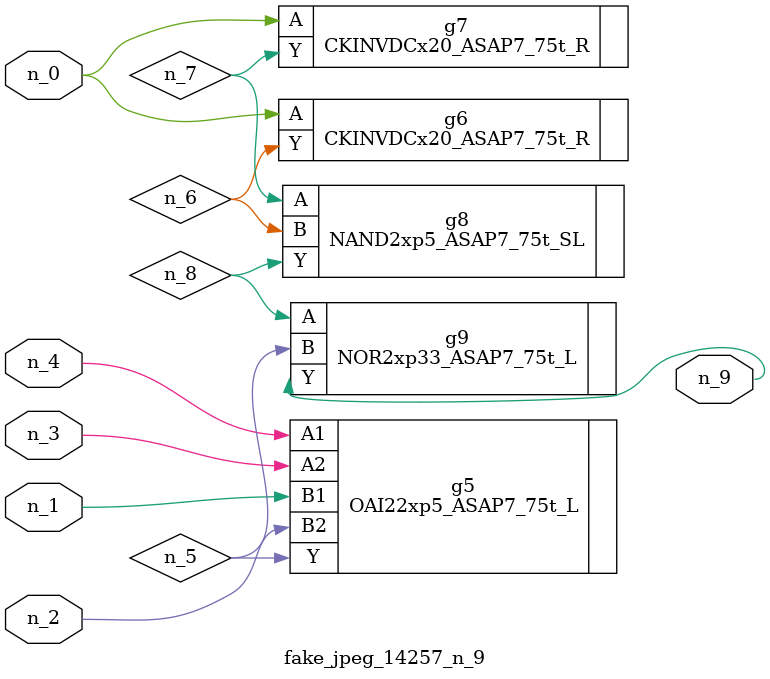
<source format=v>
module fake_jpeg_14257_n_9 (n_3, n_2, n_1, n_0, n_4, n_9);

input n_3;
input n_2;
input n_1;
input n_0;
input n_4;

output n_9;

wire n_8;
wire n_6;
wire n_5;
wire n_7;

OAI22xp5_ASAP7_75t_L g5 ( 
.A1(n_4),
.A2(n_3),
.B1(n_1),
.B2(n_2),
.Y(n_5)
);

CKINVDCx20_ASAP7_75t_R g6 ( 
.A(n_0),
.Y(n_6)
);

CKINVDCx20_ASAP7_75t_R g7 ( 
.A(n_0),
.Y(n_7)
);

NAND2xp5_ASAP7_75t_SL g8 ( 
.A(n_7),
.B(n_6),
.Y(n_8)
);

NOR2xp33_ASAP7_75t_L g9 ( 
.A(n_8),
.B(n_5),
.Y(n_9)
);


endmodule
</source>
